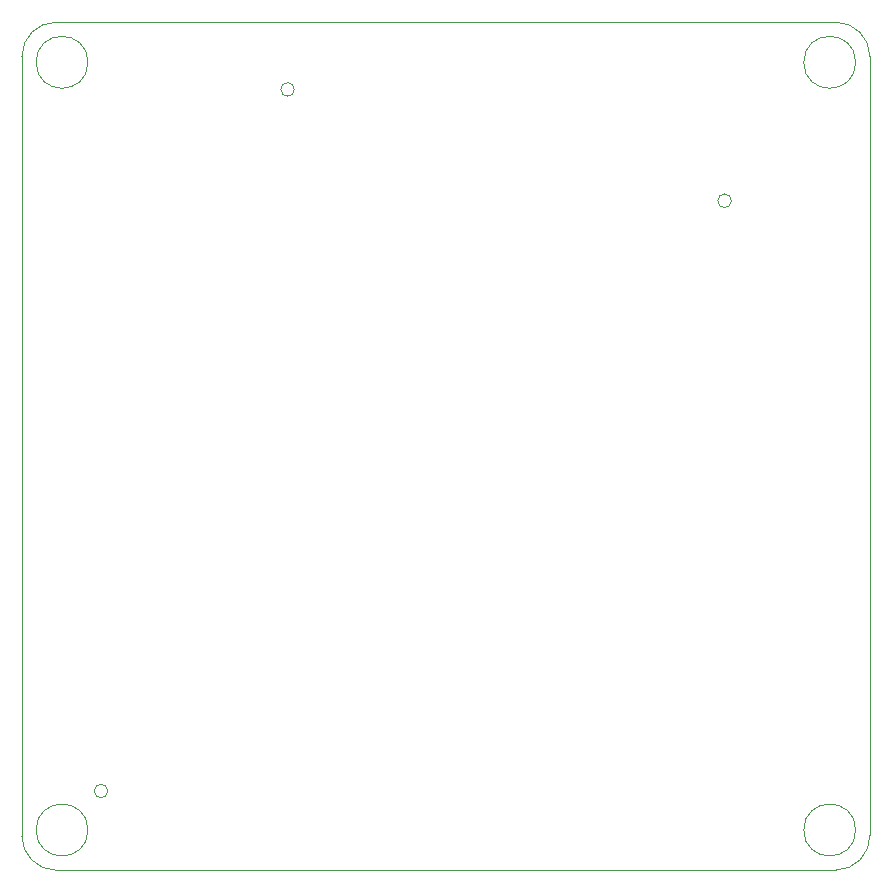
<source format=gbr>
%TF.GenerationSoftware,KiCad,Pcbnew,7.0.7-7.0.7~ubuntu22.04.1*%
%TF.CreationDate,2023-09-13T17:51:59+02:00*%
%TF.ProjectId,ShotClockProject,53686f74-436c-46f6-936b-50726f6a6563,rev?*%
%TF.SameCoordinates,Original*%
%TF.FileFunction,Profile,NP*%
%FSLAX46Y46*%
G04 Gerber Fmt 4.6, Leading zero omitted, Abs format (unit mm)*
G04 Created by KiCad (PCBNEW 7.0.7-7.0.7~ubuntu22.04.1) date 2023-09-13 17:51:59*
%MOMM*%
%LPD*%
G01*
G04 APERTURE LIST*
%TA.AperFunction,Profile*%
%ADD10C,0.100000*%
%TD*%
G04 APERTURE END LIST*
D10*
X121000000Y-135900000D02*
X187000000Y-135901723D01*
X123700000Y-132500000D02*
G75*
G03*
X123700000Y-132500000I-2200000J0D01*
G01*
X187000000Y-135901722D02*
G75*
G03*
X189899998Y-132900000I0J2901722D01*
G01*
X188700000Y-67500000D02*
G75*
G03*
X188700000Y-67500000I-2200000J0D01*
G01*
X123700000Y-67500000D02*
G75*
G03*
X123700000Y-67500000I-2200000J0D01*
G01*
X118100000Y-133000000D02*
G75*
G03*
X121000000Y-135900000I2900000J0D01*
G01*
X189900000Y-67000000D02*
G75*
G03*
X187000000Y-64100000I-2900000J0D01*
G01*
X125376000Y-129200000D02*
G75*
G03*
X125376000Y-129200000I-576000J0D01*
G01*
X141176000Y-69800000D02*
G75*
G03*
X141176000Y-69800000I-576000J0D01*
G01*
X121000000Y-64100000D02*
G75*
G03*
X118100000Y-67000000I0J-2900000D01*
G01*
X189899999Y-132900000D02*
X189900000Y-67000000D01*
X178176000Y-79224000D02*
G75*
G03*
X178176000Y-79224000I-576000J0D01*
G01*
X118100000Y-67000000D02*
X118100000Y-133000000D01*
X188700000Y-132500000D02*
G75*
G03*
X188700000Y-132500000I-2200000J0D01*
G01*
X187000000Y-64100000D02*
X121000000Y-64100000D01*
M02*

</source>
